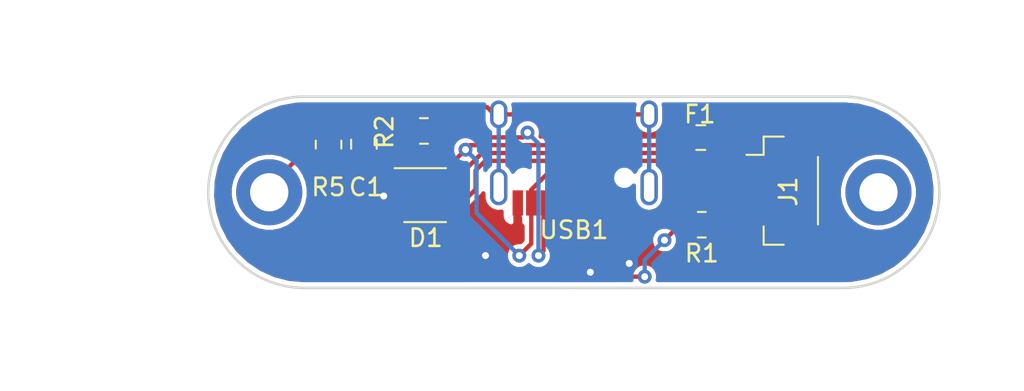
<source format=kicad_pcb>
(kicad_pcb (version 20171130) (host pcbnew 5.1.10-88a1d61d58~90~ubuntu20.04.1)

  (general
    (thickness 1.6)
    (drawings 7)
    (tracks 130)
    (zones 0)
    (modules 10)
    (nets 12)
  )

  (page A4)
  (layers
    (0 F.Cu signal)
    (31 B.Cu signal)
    (32 B.Adhes user)
    (33 F.Adhes user)
    (34 B.Paste user)
    (35 F.Paste user)
    (36 B.SilkS user)
    (37 F.SilkS user)
    (38 B.Mask user)
    (39 F.Mask user)
    (40 Dwgs.User user)
    (41 Cmts.User user)
    (42 Eco1.User user)
    (43 Eco2.User user)
    (44 Edge.Cuts user)
    (45 Margin user)
    (46 B.CrtYd user)
    (47 F.CrtYd user)
    (48 B.Fab user)
    (49 F.Fab user)
  )

  (setup
    (last_trace_width 0.25)
    (trace_clearance 0.2)
    (zone_clearance 0.254)
    (zone_45_only no)
    (trace_min 0.2)
    (via_size 0.8)
    (via_drill 0.4)
    (via_min_size 0.4)
    (via_min_drill 0.3)
    (uvia_size 0.3)
    (uvia_drill 0.1)
    (uvias_allowed no)
    (uvia_min_size 0.2)
    (uvia_min_drill 0.1)
    (edge_width 0.15)
    (segment_width 0.2)
    (pcb_text_width 0.3)
    (pcb_text_size 1.5 1.5)
    (mod_edge_width 0.12)
    (mod_text_size 1 1)
    (mod_text_width 0.15)
    (pad_size 1.524 1.524)
    (pad_drill 0.762)
    (pad_to_mask_clearance 0)
    (aux_axis_origin 0 0)
    (grid_origin 78.987 57.972)
    (visible_elements 7FFFFFFF)
    (pcbplotparams
      (layerselection 0x010fc_ffffffff)
      (usegerberextensions false)
      (usegerberattributes true)
      (usegerberadvancedattributes true)
      (creategerberjobfile true)
      (excludeedgelayer true)
      (linewidth 0.100000)
      (plotframeref false)
      (viasonmask false)
      (mode 1)
      (useauxorigin false)
      (hpglpennumber 1)
      (hpglpenspeed 20)
      (hpglpendiameter 15.000000)
      (psnegative false)
      (psa4output false)
      (plotreference true)
      (plotvalue true)
      (plotinvisibletext false)
      (padsonsilk false)
      (subtractmaskfromsilk false)
      (outputformat 1)
      (mirror false)
      (drillshape 0)
      (scaleselection 1)
      (outputdirectory "../production/single/gerbers/"))
  )

  (net 0 "")
  (net 1 Earth)
  (net 2 VCC)
  (net 3 +5V)
  (net 4 GND)
  (net 5 D+)
  (net 6 D-)
  (net 7 "Net-(R1-Pad2)")
  (net 8 "Net-(R2-Pad2)")
  (net 9 "Net-(USB1-Pad3)")
  (net 10 "Net-(USB1-Pad9)")
  (net 11 "Net-(H1-Pad1)")

  (net_class Default "This is the default net class."
    (clearance 0.2)
    (trace_width 0.25)
    (via_dia 0.8)
    (via_drill 0.4)
    (uvia_dia 0.3)
    (uvia_drill 0.1)
    (add_net +5V)
    (add_net D+)
    (add_net D-)
    (add_net Earth)
    (add_net GND)
    (add_net "Net-(H1-Pad1)")
    (add_net "Net-(R1-Pad2)")
    (add_net "Net-(R2-Pad2)")
    (add_net "Net-(USB1-Pad3)")
    (add_net "Net-(USB1-Pad9)")
    (add_net VCC)
  )

  (module Resistor_SMD:R_0805_2012Metric (layer F.Cu) (tedit 5F68FEEE) (tstamp 61EB6CA4)
    (at 70.3745 59.944)
    (descr "Resistor SMD 0805 (2012 Metric), square (rectangular) end terminal, IPC_7351 nominal, (Body size source: IPC-SM-782 page 72, https://www.pcb-3d.com/wordpress/wp-content/uploads/ipc-sm-782a_amendment_1_and_2.pdf), generated with kicad-footprint-generator")
    (tags resistor)
    (path /60883DD0)
    (attr smd)
    (fp_text reference R2 (at -2.2695 0.06 90) (layer F.SilkS)
      (effects (font (size 1 1) (thickness 0.15)))
    )
    (fp_text value 5.1k (at 0 1.65) (layer F.Fab)
      (effects (font (size 1 1) (thickness 0.15)))
    )
    (fp_line (start 1.68 0.95) (end -1.68 0.95) (layer F.CrtYd) (width 0.05))
    (fp_line (start 1.68 -0.95) (end 1.68 0.95) (layer F.CrtYd) (width 0.05))
    (fp_line (start -1.68 -0.95) (end 1.68 -0.95) (layer F.CrtYd) (width 0.05))
    (fp_line (start -1.68 0.95) (end -1.68 -0.95) (layer F.CrtYd) (width 0.05))
    (fp_line (start -0.227064 0.735) (end 0.227064 0.735) (layer F.SilkS) (width 0.12))
    (fp_line (start -0.227064 -0.735) (end 0.227064 -0.735) (layer F.SilkS) (width 0.12))
    (fp_line (start 1 0.625) (end -1 0.625) (layer F.Fab) (width 0.1))
    (fp_line (start 1 -0.625) (end 1 0.625) (layer F.Fab) (width 0.1))
    (fp_line (start -1 -0.625) (end 1 -0.625) (layer F.Fab) (width 0.1))
    (fp_line (start -1 0.625) (end -1 -0.625) (layer F.Fab) (width 0.1))
    (fp_text user %R (at 0 0) (layer F.Fab)
      (effects (font (size 0.5 0.5) (thickness 0.08)))
    )
    (pad 2 smd roundrect (at 0.9125 0) (size 1.025 1.4) (layers F.Cu F.Paste F.Mask) (roundrect_rratio 0.2439004878048781)
      (net 8 "Net-(R2-Pad2)"))
    (pad 1 smd roundrect (at -0.9125 0) (size 1.025 1.4) (layers F.Cu F.Paste F.Mask) (roundrect_rratio 0.2439004878048781)
      (net 4 GND))
    (model ${KISYS3DMOD}/Resistor_SMD.3dshapes/R_0805_2012Metric.wrl
      (at (xyz 0 0 0))
      (scale (xyz 1 1 1))
      (rotate (xyz 0 0 0))
    )
  )

  (module MountingHole:MountingHole_2.2mm_M2_DIN965_Pad (layer F.Cu) (tedit 56D1B4CB) (tstamp 6087AB7B)
    (at 61.487 63.472)
    (descr "Mounting Hole 2.2mm, M2, DIN965")
    (tags "mounting hole 2.2mm m2 din965")
    (path /609395BB)
    (attr virtual)
    (fp_text reference H2 (at 0 -2.9) (layer Cmts.User)
      (effects (font (size 1 1) (thickness 0.15)))
    )
    (fp_text value MountingHole_Pad (at 0 2.9) (layer F.Fab)
      (effects (font (size 1 1) (thickness 0.15)))
    )
    (fp_circle (center 0 0) (end 2.15 0) (layer F.CrtYd) (width 0.05))
    (fp_circle (center 0 0) (end 1.9 0) (layer Cmts.User) (width 0.15))
    (fp_text user %R (at 0.3 0) (layer F.Fab)
      (effects (font (size 1 1) (thickness 0.15)))
    )
    (pad 1 thru_hole circle (at 0 0) (size 3.8 3.8) (drill 2.2) (layers *.Cu *.Mask)
      (net 1 Earth))
  )

  (module MountingHole:MountingHole_2.2mm_M2_DIN965_Pad locked (layer F.Cu) (tedit 56D1B4CB) (tstamp 6087AC21)
    (at 96.487 63.472)
    (descr "Mounting Hole 2.2mm, M2, DIN965")
    (tags "mounting hole 2.2mm m2 din965")
    (path /609382DF)
    (attr virtual)
    (fp_text reference H1 (at 0 -2.9) (layer Cmts.User)
      (effects (font (size 1 1) (thickness 0.15)))
    )
    (fp_text value MountingHole_Pad (at 0 2.9) (layer F.Fab)
      (effects (font (size 1 1) (thickness 0.15)))
    )
    (fp_circle (center 0 0) (end 2.15 0) (layer F.CrtYd) (width 0.05))
    (fp_circle (center 0 0) (end 1.9 0) (layer Cmts.User) (width 0.15))
    (fp_text user %R (at 0.3 0) (layer F.Fab)
      (effects (font (size 1 1) (thickness 0.15)))
    )
    (pad 1 thru_hole circle (at 0 0) (size 3.8 3.8) (drill 2.2) (layers *.Cu *.Mask)
      (net 11 "Net-(H1-Pad1)"))
  )

  (module Connector_JST:JST_SH_BM04B-SRSS-TB_1x04-1MP_P1.00mm_Vertical (layer F.Cu) (tedit 5B78AD87) (tstamp 60879616)
    (at 91.002 63.379 270)
    (descr "JST SH series connector, BM04B-SRSS-TB (http://www.jst-mfg.com/product/pdf/eng/eSH.pdf), generated with kicad-footprint-generator")
    (tags "connector JST SH side entry")
    (path /6089C9F1)
    (attr smd)
    (fp_text reference J1 (at 0.054 -0.304 90) (layer F.SilkS)
      (effects (font (size 1 1) (thickness 0.15)))
    )
    (fp_text value Conn_01x04 (at 0 3.3 90) (layer F.Fab)
      (effects (font (size 1 1) (thickness 0.15)))
    )
    (fp_line (start -1.5 0.292893) (end -1 1) (layer F.Fab) (width 0.1))
    (fp_line (start -2 1) (end -1.5 0.292893) (layer F.Fab) (width 0.1))
    (fp_line (start 3.9 -2.6) (end -3.9 -2.6) (layer F.CrtYd) (width 0.05))
    (fp_line (start 3.9 2.6) (end 3.9 -2.6) (layer F.CrtYd) (width 0.05))
    (fp_line (start -3.9 2.6) (end 3.9 2.6) (layer F.CrtYd) (width 0.05))
    (fp_line (start -3.9 -2.6) (end -3.9 2.6) (layer F.CrtYd) (width 0.05))
    (fp_line (start 1.65 -1.55) (end 1.35 -1.55) (layer F.Fab) (width 0.1))
    (fp_line (start 1.65 -0.95) (end 1.65 -1.55) (layer F.Fab) (width 0.1))
    (fp_line (start 1.35 -0.95) (end 1.65 -0.95) (layer F.Fab) (width 0.1))
    (fp_line (start 1.35 -1.55) (end 1.35 -0.95) (layer F.Fab) (width 0.1))
    (fp_line (start 0.65 -1.55) (end 0.35 -1.55) (layer F.Fab) (width 0.1))
    (fp_line (start 0.65 -0.95) (end 0.65 -1.55) (layer F.Fab) (width 0.1))
    (fp_line (start 0.35 -0.95) (end 0.65 -0.95) (layer F.Fab) (width 0.1))
    (fp_line (start 0.35 -1.55) (end 0.35 -0.95) (layer F.Fab) (width 0.1))
    (fp_line (start -0.35 -1.55) (end -0.65 -1.55) (layer F.Fab) (width 0.1))
    (fp_line (start -0.35 -0.95) (end -0.35 -1.55) (layer F.Fab) (width 0.1))
    (fp_line (start -0.65 -0.95) (end -0.35 -0.95) (layer F.Fab) (width 0.1))
    (fp_line (start -0.65 -1.55) (end -0.65 -0.95) (layer F.Fab) (width 0.1))
    (fp_line (start -1.35 -1.55) (end -1.65 -1.55) (layer F.Fab) (width 0.1))
    (fp_line (start -1.35 -0.95) (end -1.35 -1.55) (layer F.Fab) (width 0.1))
    (fp_line (start -1.65 -0.95) (end -1.35 -0.95) (layer F.Fab) (width 0.1))
    (fp_line (start -1.65 -1.55) (end -1.65 -0.95) (layer F.Fab) (width 0.1))
    (fp_line (start 3 1) (end 3 -1.9) (layer F.Fab) (width 0.1))
    (fp_line (start -3 1) (end -3 -1.9) (layer F.Fab) (width 0.1))
    (fp_line (start -3 -1.9) (end 3 -1.9) (layer F.Fab) (width 0.1))
    (fp_line (start -1.94 -2.01) (end 1.94 -2.01) (layer F.SilkS) (width 0.12))
    (fp_line (start 3.11 1.11) (end 2.06 1.11) (layer F.SilkS) (width 0.12))
    (fp_line (start 3.11 -0.04) (end 3.11 1.11) (layer F.SilkS) (width 0.12))
    (fp_line (start -2.06 1.11) (end -2.06 2.1) (layer F.SilkS) (width 0.12))
    (fp_line (start -3.11 1.11) (end -2.06 1.11) (layer F.SilkS) (width 0.12))
    (fp_line (start -3.11 -0.04) (end -3.11 1.11) (layer F.SilkS) (width 0.12))
    (fp_line (start -3 1) (end 3 1) (layer F.Fab) (width 0.1))
    (fp_text user %R (at 0 -0.25 90) (layer F.Fab)
      (effects (font (size 1 1) (thickness 0.15)))
    )
    (pad MP smd roundrect (at 2.8 -1.2 270) (size 1.2 1.8) (layers F.Cu F.Paste F.Mask) (roundrect_rratio 0.2083325))
    (pad MP smd roundrect (at -2.8 -1.2 270) (size 1.2 1.8) (layers F.Cu F.Paste F.Mask) (roundrect_rratio 0.2083325))
    (pad 4 smd roundrect (at 1.5 1.325 270) (size 0.6 1.55) (layers F.Cu F.Paste F.Mask) (roundrect_rratio 0.25)
      (net 4 GND))
    (pad 3 smd roundrect (at 0.5 1.325 270) (size 0.6 1.55) (layers F.Cu F.Paste F.Mask) (roundrect_rratio 0.25)
      (net 5 D+))
    (pad 2 smd roundrect (at -0.5 1.325 270) (size 0.6 1.55) (layers F.Cu F.Paste F.Mask) (roundrect_rratio 0.25)
      (net 6 D-))
    (pad 1 smd roundrect (at -1.5 1.325 270) (size 0.6 1.55) (layers F.Cu F.Paste F.Mask) (roundrect_rratio 0.25)
      (net 3 +5V))
    (model ${KIPRJMOD}/jst/JST_-_BM04B-SRSS-TBLFSN.step
      (offset (xyz 0 0.5 0))
      (scale (xyz 1 1 1))
      (rotate (xyz 0 0 0))
    )
  )

  (module Capacitor_SMD:C_0805_2012Metric (layer F.Cu) (tedit 5F68FEEE) (tstamp 6087800A)
    (at 66.929 60.706 270)
    (descr "Capacitor SMD 0805 (2012 Metric), square (rectangular) end terminal, IPC_7351 nominal, (Body size source: IPC-SM-782 page 76, https://www.pcb-3d.com/wordpress/wp-content/uploads/ipc-sm-782a_amendment_1_and_2.pdf, https://docs.google.com/spreadsheets/d/1BsfQQcO9C6DZCsRaXUlFlo91Tg2WpOkGARC1WS5S8t0/edit?usp=sharing), generated with kicad-footprint-generator")
    (tags capacitor)
    (path /608743C9)
    (attr smd)
    (fp_text reference C1 (at 2.473 -0.12 180) (layer F.SilkS)
      (effects (font (size 1 1) (thickness 0.15)))
    )
    (fp_text value 4.7n (at 0 1.68 90) (layer F.Fab)
      (effects (font (size 1 1) (thickness 0.15)))
    )
    (fp_line (start 1.7 0.98) (end -1.7 0.98) (layer F.CrtYd) (width 0.05))
    (fp_line (start 1.7 -0.98) (end 1.7 0.98) (layer F.CrtYd) (width 0.05))
    (fp_line (start -1.7 -0.98) (end 1.7 -0.98) (layer F.CrtYd) (width 0.05))
    (fp_line (start -1.7 0.98) (end -1.7 -0.98) (layer F.CrtYd) (width 0.05))
    (fp_line (start -0.261252 0.735) (end 0.261252 0.735) (layer F.SilkS) (width 0.12))
    (fp_line (start -0.261252 -0.735) (end 0.261252 -0.735) (layer F.SilkS) (width 0.12))
    (fp_line (start 1 0.625) (end -1 0.625) (layer F.Fab) (width 0.1))
    (fp_line (start 1 -0.625) (end 1 0.625) (layer F.Fab) (width 0.1))
    (fp_line (start -1 -0.625) (end 1 -0.625) (layer F.Fab) (width 0.1))
    (fp_line (start -1 0.625) (end -1 -0.625) (layer F.Fab) (width 0.1))
    (fp_text user %R (at 0 0 90) (layer F.Fab)
      (effects (font (size 0.5 0.5) (thickness 0.08)))
    )
    (pad 2 smd roundrect (at 0.95 0 270) (size 1 1.45) (layers F.Cu F.Paste F.Mask) (roundrect_rratio 0.25)
      (net 4 GND))
    (pad 1 smd roundrect (at -0.95 0 270) (size 1 1.45) (layers F.Cu F.Paste F.Mask) (roundrect_rratio 0.25)
      (net 1 Earth))
    (model ${KISYS3DMOD}/Capacitor_SMD.3dshapes/C_0805_2012Metric.wrl
      (at (xyz 0 0 0))
      (scale (xyz 1 1 1))
      (rotate (xyz 0 0 0))
    )
  )

  (module Type-C:HRO-TYPE-C-31-M-12-Assembly (layer F.Cu) (tedit 5C42C666) (tstamp 60876C4C)
    (at 78.992 56.3915 180)
    (path /608E1765)
    (attr smd)
    (fp_text reference USB1 (at 0 -9.25) (layer F.SilkS)
      (effects (font (size 1 1) (thickness 0.15)))
    )
    (fp_text value HRO-TYPE-C-31-M-12 (at 0 1.15) (layer Dwgs.User)
      (effects (font (size 1 1) (thickness 0.15)))
    )
    (fp_line (start 3.75 -8.5) (end 3.75 -7.5) (layer F.CrtYd) (width 0.15))
    (fp_line (start -3.75 -8.5) (end 3.75 -8.5) (layer F.CrtYd) (width 0.15))
    (fp_line (start -3.75 -7.5) (end -3.75 -8.5) (layer F.CrtYd) (width 0.15))
    (fp_line (start -4.5 0) (end -4.5 -7.5) (layer F.CrtYd) (width 0.15))
    (fp_line (start 4.5 0) (end -4.5 0) (layer F.CrtYd) (width 0.15))
    (fp_line (start 4.5 -7.5) (end 4.5 0) (layer F.CrtYd) (width 0.15))
    (fp_line (start 3.75 -7.5) (end 4.5 -7.5) (layer F.CrtYd) (width 0.15))
    (fp_line (start -4.5 -7.5) (end -3.75 -7.5) (layer F.CrtYd) (width 0.15))
    (fp_line (start -4.47 0) (end 4.47 0) (layer Dwgs.User) (width 0.15))
    (fp_line (start -4.47 0) (end -4.47 -7.3) (layer Dwgs.User) (width 0.15))
    (fp_line (start 4.47 0) (end 4.47 -7.3) (layer Dwgs.User) (width 0.15))
    (fp_line (start -4.47 -7.3) (end 4.47 -7.3) (layer Dwgs.User) (width 0.15))
    (fp_text user %R (at 0 -9.25) (layer F.Fab)
      (effects (font (size 1 1) (thickness 0.15)))
    )
    (pad 12 smd rect (at 3.225 -7.695 180) (size 0.6 1.45) (layers F.Cu F.Paste F.Mask)
      (net 4 GND))
    (pad 1 smd rect (at -3.225 -7.695 180) (size 0.6 1.45) (layers F.Cu F.Paste F.Mask)
      (net 4 GND))
    (pad 11 smd rect (at 2.45 -7.695 180) (size 0.6 1.45) (layers F.Cu F.Paste F.Mask)
      (net 2 VCC))
    (pad 2 smd rect (at -2.45 -7.695 180) (size 0.6 1.45) (layers F.Cu F.Paste F.Mask)
      (net 2 VCC))
    (pad 3 smd rect (at -1.75 -7.695 180) (size 0.3 1.45) (layers F.Cu F.Paste F.Mask)
      (net 9 "Net-(USB1-Pad3)"))
    (pad 10 smd rect (at 1.75 -7.695 180) (size 0.3 1.45) (layers F.Cu F.Paste F.Mask)
      (net 8 "Net-(R2-Pad2)"))
    (pad 4 smd rect (at -1.25 -7.695 180) (size 0.3 1.45) (layers F.Cu F.Paste F.Mask)
      (net 7 "Net-(R1-Pad2)"))
    (pad 9 smd rect (at 1.25 -7.695 180) (size 0.3 1.45) (layers F.Cu F.Paste F.Mask)
      (net 10 "Net-(USB1-Pad9)"))
    (pad 5 smd rect (at -0.75 -7.695 180) (size 0.3 1.45) (layers F.Cu F.Paste F.Mask)
      (net 6 D-))
    (pad 8 smd rect (at 0.75 -7.695 180) (size 0.3 1.45) (layers F.Cu F.Paste F.Mask)
      (net 5 D+))
    (pad 7 smd rect (at 0.25 -7.695 180) (size 0.3 1.45) (layers F.Cu F.Paste F.Mask)
      (net 6 D-))
    (pad 6 smd rect (at -0.25 -7.695 180) (size 0.3 1.45) (layers F.Cu F.Paste F.Mask)
      (net 5 D+))
    (pad "" np_thru_hole circle (at 2.89 -6.25 180) (size 0.65 0.65) (drill 0.65) (layers *.Cu *.Mask))
    (pad "" np_thru_hole circle (at -2.89 -6.25 180) (size 0.65 0.65) (drill 0.65) (layers *.Cu *.Mask))
    (pad 13 thru_hole oval (at -4.32 -6.78 180) (size 1 2.1) (drill oval 0.6 1.7) (layers *.Cu *.Mask)
      (net 1 Earth))
    (pad 13 thru_hole oval (at 4.32 -6.78 180) (size 1 2.1) (drill oval 0.6 1.7) (layers *.Cu *.Mask)
      (net 1 Earth))
    (pad 13 thru_hole oval (at -4.32 -2.6 180) (size 1 1.6) (drill oval 0.6 1.2) (layers *.Cu *.Mask)
      (net 1 Earth))
    (pad 13 thru_hole oval (at 4.32 -2.6 180) (size 1 1.6) (drill oval 0.6 1.2) (layers *.Cu *.Mask)
      (net 1 Earth))
    (model "${KIPRJMOD}/Type-C.pretty/HRO  TYPE-C-31-M-12.step"
      (offset (xyz -4.5 0 0))
      (scale (xyz 1 1 1))
      (rotate (xyz -90 0 0))
    )
  )

  (module Resistor_SMD:R_0805_2012Metric (layer F.Cu) (tedit 5F68FEEE) (tstamp 60876C29)
    (at 64.897 60.7295 270)
    (descr "Resistor SMD 0805 (2012 Metric), square (rectangular) end terminal, IPC_7351 nominal, (Body size source: IPC-SM-782 page 72, https://www.pcb-3d.com/wordpress/wp-content/uploads/ipc-sm-782a_amendment_1_and_2.pdf), generated with kicad-footprint-generator")
    (tags resistor)
    (path /60873B45)
    (attr smd)
    (fp_text reference R5 (at 2.4495 0.007 180) (layer F.SilkS)
      (effects (font (size 1 1) (thickness 0.15)))
    )
    (fp_text value 1M (at 0 1.65 90) (layer F.Fab)
      (effects (font (size 1 1) (thickness 0.15)))
    )
    (fp_line (start 1.68 0.95) (end -1.68 0.95) (layer F.CrtYd) (width 0.05))
    (fp_line (start 1.68 -0.95) (end 1.68 0.95) (layer F.CrtYd) (width 0.05))
    (fp_line (start -1.68 -0.95) (end 1.68 -0.95) (layer F.CrtYd) (width 0.05))
    (fp_line (start -1.68 0.95) (end -1.68 -0.95) (layer F.CrtYd) (width 0.05))
    (fp_line (start -0.227064 0.735) (end 0.227064 0.735) (layer F.SilkS) (width 0.12))
    (fp_line (start -0.227064 -0.735) (end 0.227064 -0.735) (layer F.SilkS) (width 0.12))
    (fp_line (start 1 0.625) (end -1 0.625) (layer F.Fab) (width 0.1))
    (fp_line (start 1 -0.625) (end 1 0.625) (layer F.Fab) (width 0.1))
    (fp_line (start -1 -0.625) (end 1 -0.625) (layer F.Fab) (width 0.1))
    (fp_line (start -1 0.625) (end -1 -0.625) (layer F.Fab) (width 0.1))
    (fp_text user %R (at 0 0 90) (layer F.Fab)
      (effects (font (size 0.5 0.5) (thickness 0.08)))
    )
    (pad 2 smd roundrect (at 0.9125 0 270) (size 1.025 1.4) (layers F.Cu F.Paste F.Mask) (roundrect_rratio 0.2439004878048781)
      (net 4 GND))
    (pad 1 smd roundrect (at -0.9125 0 270) (size 1.025 1.4) (layers F.Cu F.Paste F.Mask) (roundrect_rratio 0.2439004878048781)
      (net 1 Earth))
    (model ${KISYS3DMOD}/Resistor_SMD.3dshapes/R_0805_2012Metric.wrl
      (at (xyz 0 0 0))
      (scale (xyz 1 1 1))
      (rotate (xyz 0 0 0))
    )
  )

  (module Resistor_SMD:R_0805_2012Metric (layer F.Cu) (tedit 5F68FEEE) (tstamp 6087897A)
    (at 86.3365 65.338 180)
    (descr "Resistor SMD 0805 (2012 Metric), square (rectangular) end terminal, IPC_7351 nominal, (Body size source: IPC-SM-782 page 72, https://www.pcb-3d.com/wordpress/wp-content/uploads/ipc-sm-782a_amendment_1_and_2.pdf), generated with kicad-footprint-generator")
    (tags resistor)
    (path /60883B60)
    (attr smd)
    (fp_text reference R1 (at 0 -1.65) (layer F.SilkS)
      (effects (font (size 1 1) (thickness 0.15)))
    )
    (fp_text value 5.1k (at 0 1.65) (layer F.Fab)
      (effects (font (size 1 1) (thickness 0.15)))
    )
    (fp_line (start 1.68 0.95) (end -1.68 0.95) (layer F.CrtYd) (width 0.05))
    (fp_line (start 1.68 -0.95) (end 1.68 0.95) (layer F.CrtYd) (width 0.05))
    (fp_line (start -1.68 -0.95) (end 1.68 -0.95) (layer F.CrtYd) (width 0.05))
    (fp_line (start -1.68 0.95) (end -1.68 -0.95) (layer F.CrtYd) (width 0.05))
    (fp_line (start -0.227064 0.735) (end 0.227064 0.735) (layer F.SilkS) (width 0.12))
    (fp_line (start -0.227064 -0.735) (end 0.227064 -0.735) (layer F.SilkS) (width 0.12))
    (fp_line (start 1 0.625) (end -1 0.625) (layer F.Fab) (width 0.1))
    (fp_line (start 1 -0.625) (end 1 0.625) (layer F.Fab) (width 0.1))
    (fp_line (start -1 -0.625) (end 1 -0.625) (layer F.Fab) (width 0.1))
    (fp_line (start -1 0.625) (end -1 -0.625) (layer F.Fab) (width 0.1))
    (fp_text user %R (at 0 0) (layer F.Fab)
      (effects (font (size 0.5 0.5) (thickness 0.08)))
    )
    (pad 2 smd roundrect (at 0.9125 0 180) (size 1.025 1.4) (layers F.Cu F.Paste F.Mask) (roundrect_rratio 0.2439004878048781)
      (net 7 "Net-(R1-Pad2)"))
    (pad 1 smd roundrect (at -0.9125 0 180) (size 1.025 1.4) (layers F.Cu F.Paste F.Mask) (roundrect_rratio 0.2439004878048781)
      (net 4 GND))
    (model ${KISYS3DMOD}/Resistor_SMD.3dshapes/R_0805_2012Metric.wrl
      (at (xyz 0 0 0))
      (scale (xyz 1 1 1))
      (rotate (xyz 0 0 0))
    )
  )

  (module Fuse:Fuse_0805_2012Metric (layer F.Cu) (tedit 5F68FEF1) (tstamp 6087715C)
    (at 86.2815 60.325 180)
    (descr "Fuse SMD 0805 (2012 Metric), square (rectangular) end terminal, IPC_7351 nominal, (Body size source: https://docs.google.com/spreadsheets/d/1BsfQQcO9C6DZCsRaXUlFlo91Tg2WpOkGARC1WS5S8t0/edit?usp=sharing), generated with kicad-footprint-generator")
    (tags fuse)
    (path /60889B2F)
    (attr smd)
    (fp_text reference F1 (at 0.0555 1.337) (layer F.SilkS)
      (effects (font (size 1 1) (thickness 0.15)))
    )
    (fp_text value 500mA (at 0 1.65) (layer F.Fab)
      (effects (font (size 1 1) (thickness 0.15)))
    )
    (fp_line (start 1.68 0.95) (end -1.68 0.95) (layer F.CrtYd) (width 0.05))
    (fp_line (start 1.68 -0.95) (end 1.68 0.95) (layer F.CrtYd) (width 0.05))
    (fp_line (start -1.68 -0.95) (end 1.68 -0.95) (layer F.CrtYd) (width 0.05))
    (fp_line (start -1.68 0.95) (end -1.68 -0.95) (layer F.CrtYd) (width 0.05))
    (fp_line (start -0.258578 0.71) (end 0.258578 0.71) (layer F.SilkS) (width 0.12))
    (fp_line (start -0.258578 -0.71) (end 0.258578 -0.71) (layer F.SilkS) (width 0.12))
    (fp_line (start 1 0.6) (end -1 0.6) (layer F.Fab) (width 0.1))
    (fp_line (start 1 -0.6) (end 1 0.6) (layer F.Fab) (width 0.1))
    (fp_line (start -1 -0.6) (end 1 -0.6) (layer F.Fab) (width 0.1))
    (fp_line (start -1 0.6) (end -1 -0.6) (layer F.Fab) (width 0.1))
    (fp_text user %R (at 0 0) (layer F.Fab)
      (effects (font (size 0.5 0.5) (thickness 0.08)))
    )
    (pad 2 smd roundrect (at 0.9375 0 180) (size 0.975 1.4) (layers F.Cu F.Paste F.Mask) (roundrect_rratio 0.25)
      (net 2 VCC))
    (pad 1 smd roundrect (at -0.9375 0 180) (size 0.975 1.4) (layers F.Cu F.Paste F.Mask) (roundrect_rratio 0.25)
      (net 3 +5V))
    (model ${KISYS3DMOD}/Fuse.3dshapes/Fuse_0805_2012Metric.wrl
      (at (xyz 0 0 0))
      (scale (xyz 1 1 1))
      (rotate (xyz 0 0 0))
    )
  )

  (module Package_TO_SOT_SMD:SOT-143 (layer F.Cu) (tedit 5A02FF57) (tstamp 60876B98)
    (at 70.442 63.635)
    (descr SOT-143)
    (tags SOT-143)
    (path /608A40F6)
    (attr smd)
    (fp_text reference D1 (at 0.036 2.465) (layer F.SilkS)
      (effects (font (size 1 1) (thickness 0.15)))
    )
    (fp_text value PRTR5V0U2X (at -0.28 2.48) (layer F.Fab)
      (effects (font (size 1 1) (thickness 0.15)))
    )
    (fp_line (start -2.05 1.75) (end -2.05 -1.75) (layer F.CrtYd) (width 0.05))
    (fp_line (start -2.05 1.75) (end 2.05 1.75) (layer F.CrtYd) (width 0.05))
    (fp_line (start 2.05 -1.75) (end -2.05 -1.75) (layer F.CrtYd) (width 0.05))
    (fp_line (start 2.05 -1.75) (end 2.05 1.75) (layer F.CrtYd) (width 0.05))
    (fp_line (start 1.2 -1.5) (end 1.2 1.5) (layer F.Fab) (width 0.1))
    (fp_line (start 1.2 1.5) (end -1.2 1.5) (layer F.Fab) (width 0.1))
    (fp_line (start -1.2 1.5) (end -1.2 -1) (layer F.Fab) (width 0.1))
    (fp_line (start -0.7 -1.5) (end 1.2 -1.5) (layer F.Fab) (width 0.1))
    (fp_line (start -1.2 -1) (end -0.7 -1.5) (layer F.Fab) (width 0.1))
    (fp_line (start 1.2 -1.55) (end -1.75 -1.55) (layer F.SilkS) (width 0.12))
    (fp_line (start -1.2 1.55) (end 1.2 1.55) (layer F.SilkS) (width 0.12))
    (fp_text user %R (at 0 0 90) (layer F.Fab)
      (effects (font (size 0.5 0.5) (thickness 0.075)))
    )
    (pad 4 smd rect (at 1.1 -0.95 270) (size 1 1.4) (layers F.Cu F.Paste F.Mask)
      (net 2 VCC))
    (pad 3 smd rect (at 1.1 0.95 270) (size 1 1.4) (layers F.Cu F.Paste F.Mask)
      (net 5 D+))
    (pad 2 smd rect (at -1.1 0.95 270) (size 1 1.4) (layers F.Cu F.Paste F.Mask)
      (net 6 D-))
    (pad 1 smd rect (at -1.1 -0.77 270) (size 1.2 1.4) (layers F.Cu F.Paste F.Mask)
      (net 4 GND))
    (model ${KISYS3DMOD}/Package_TO_SOT_SMD.3dshapes/SOT-143.wrl
      (at (xyz 0 0 0))
      (scale (xyz 1 1 1))
      (rotate (xyz 0 0 0))
    )
  )

  (gr_line (start 78.987 68.972) (end 94.487 68.972) (layer Edge.Cuts) (width 0.15))
  (dimension 11 (width 0.15) (layer Dwgs.User)
    (gr_text "11.000 mm" (at 49.687 63.472 90) (layer Dwgs.User)
      (effects (font (size 1 1) (thickness 0.15)))
    )
    (feature1 (pts (xy 63.487 57.972) (xy 50.400579 57.972)))
    (feature2 (pts (xy 63.487 68.972) (xy 50.400579 68.972)))
    (crossbar (pts (xy 50.987 68.972) (xy 50.987 57.972)))
    (arrow1a (pts (xy 50.987 57.972) (xy 51.573421 59.098504)))
    (arrow1b (pts (xy 50.987 57.972) (xy 50.400579 59.098504)))
    (arrow2a (pts (xy 50.987 68.972) (xy 51.573421 67.845496)))
    (arrow2b (pts (xy 50.987 68.972) (xy 50.400579 67.845496)))
  )
  (gr_arc (start 63.487 63.472) (end 63.487 57.972) (angle -180) (layer Edge.Cuts) (width 0.15))
  (gr_line (start 78.987 68.972) (end 63.487 68.972) (layer Edge.Cuts) (width 0.15))
  (gr_line (start 78.987 57.972) (end 63.487 57.972) (layer Edge.Cuts) (width 0.15))
  (gr_arc (start 94.487 63.472) (end 94.487 68.972) (angle -180) (layer Edge.Cuts) (width 0.15))
  (gr_line (start 78.987 57.972) (end 94.487 57.972) (layer Edge.Cuts) (width 0.15))

  (segment (start 66.868 59.817) (end 66.929 59.756) (width 0.25) (layer F.Cu) (net 1))
  (segment (start 64.897 59.817) (end 66.868 59.817) (width 0.25) (layer F.Cu) (net 1))
  (segment (start 64.823 59.817) (end 64.897 59.817) (width 0.25) (layer F.Cu) (net 1))
  (segment (start 61.487 63.153) (end 64.823 59.817) (width 0.25) (layer F.Cu) (net 1))
  (segment (start 61.487 63.472) (end 61.487 63.153) (width 0.25) (layer F.Cu) (net 1))
  (segment (start 74.672 63.1715) (end 74.672 58.9915) (width 0.25) (layer B.Cu) (net 1))
  (segment (start 83.312 63.1715) (end 83.312 58.9915) (width 0.25) (layer B.Cu) (net 1))
  (segment (start 68.101001 58.583999) (end 66.929 59.756) (width 0.25) (layer F.Cu) (net 1))
  (segment (start 74.010999 58.583999) (end 68.101001 58.583999) (width 0.25) (layer F.Cu) (net 1))
  (segment (start 74.4185 58.9915) (end 74.010999 58.583999) (width 0.25) (layer F.Cu) (net 1))
  (segment (start 74.672 58.9915) (end 74.4185 58.9915) (width 0.25) (layer F.Cu) (net 1))
  (segment (start 74.672 58.9915) (end 83.312 58.9915) (width 0.25) (layer F.Cu) (net 1))
  (segment (start 81.442 63.326498) (end 81.442 64.0865) (width 0.25) (layer F.Cu) (net 2))
  (segment (start 80.466992 62.35149) (end 81.442 63.326498) (width 0.25) (layer F.Cu) (net 2))
  (segment (start 77.517008 62.35149) (end 80.466992 62.35149) (width 0.25) (layer F.Cu) (net 2))
  (segment (start 76.542 63.326498) (end 77.517008 62.35149) (width 0.25) (layer F.Cu) (net 2))
  (segment (start 76.542 64.0865) (end 76.542 63.326498) (width 0.25) (layer F.Cu) (net 2))
  (via (at 75.853014 67.116004) (size 0.8) (drill 0.4) (layers F.Cu B.Cu) (net 2))
  (via (at 72.764 61.02) (size 0.8) (drill 0.4) (layers F.Cu B.Cu) (net 2))
  (segment (start 73.399 61.655) (end 72.764 61.02) (width 0.25) (layer B.Cu) (net 2))
  (segment (start 73.399 64.66199) (end 73.399 61.655) (width 0.25) (layer B.Cu) (net 2))
  (segment (start 75.853014 67.116004) (end 73.399 64.66199) (width 0.25) (layer B.Cu) (net 2))
  (segment (start 71.892 61.892) (end 72.764 61.02) (width 0.25) (layer F.Cu) (net 2))
  (segment (start 76.542 66.427018) (end 76.542 65.674) (width 0.25) (layer F.Cu) (net 2))
  (segment (start 76.542 65.674) (end 76.542 64.0865) (width 0.25) (layer F.Cu) (net 2))
  (segment (start 75.853014 67.116004) (end 76.542 66.427018) (width 0.25) (layer F.Cu) (net 2))
  (segment (start 72.764 61.02) (end 73.02001 60.76399) (width 0.25) (layer F.Cu) (net 2))
  (segment (start 84.90501 60.76399) (end 85.344 60.325) (width 0.25) (layer F.Cu) (net 2))
  (segment (start 73.02001 60.76399) (end 84.90501 60.76399) (width 0.25) (layer F.Cu) (net 2))
  (segment (start 71.892 62.335) (end 71.542 62.685) (width 0.25) (layer F.Cu) (net 2))
  (segment (start 71.892 61.892) (end 71.892 62.335) (width 0.25) (layer F.Cu) (net 2))
  (segment (start 88.676 61.879) (end 89.677 61.879) (width 0.25) (layer F.Cu) (net 3))
  (segment (start 87.219 60.422) (end 88.676 61.879) (width 0.25) (layer F.Cu) (net 3))
  (segment (start 87.219 60.325) (end 87.219 60.422) (width 0.25) (layer F.Cu) (net 3))
  (via (at 82.169 67.564) (size 0.8) (drill 0.4) (layers F.Cu B.Cu) (net 4))
  (segment (start 81.661 68.072) (end 79.936 68.072) (width 0.25) (layer B.Cu) (net 4))
  (segment (start 82.169 67.564) (end 81.661 68.072) (width 0.25) (layer B.Cu) (net 4))
  (via (at 68.065 63.687) (size 0.8) (drill 0.4) (layers F.Cu B.Cu) (net 4))
  (segment (start 68.52 63.687) (end 69.342 62.865) (width 0.25) (layer F.Cu) (net 4))
  (segment (start 68.065 63.687) (end 68.52 63.687) (width 0.25) (layer F.Cu) (net 4))
  (via (at 79.936 68.072) (size 0.8) (drill 0.4) (layers F.Cu B.Cu) (net 4))
  (segment (start 87.298 65.387) (end 87.249 65.338) (width 0.25) (layer F.Cu) (net 4))
  (segment (start 89.677 65.39) (end 89.677 64.879) (width 0.25) (layer F.Cu) (net 4))
  (segment (start 88.078 66.989) (end 89.677 65.39) (width 0.25) (layer F.Cu) (net 4))
  (segment (start 82.744 66.989) (end 88.078 66.989) (width 0.25) (layer F.Cu) (net 4))
  (segment (start 82.169 67.564) (end 82.744 66.989) (width 0.25) (layer F.Cu) (net 4))
  (segment (start 67.63 62.357) (end 66.929 61.656) (width 0.25) (layer F.Cu) (net 4))
  (segment (start 69.462 62.745) (end 69.342 62.865) (width 0.25) (layer F.Cu) (net 4))
  (segment (start 69.462 59.944) (end 69.462 62.237) (width 0.25) (layer F.Cu) (net 4))
  (segment (start 75.767 65.674) (end 74.330365 67.110635) (width 0.25) (layer F.Cu) (net 4))
  (segment (start 79.936 68.072) (end 74.87373 68.072) (width 0.25) (layer B.Cu) (net 4))
  (segment (start 74.87373 68.072) (end 73.912365 67.110635) (width 0.25) (layer B.Cu) (net 4))
  (segment (start 74.330365 67.110635) (end 73.912365 67.110635) (width 0.25) (layer F.Cu) (net 4))
  (segment (start 82.217 67.516) (end 82.169 67.564) (width 0.25) (layer F.Cu) (net 4))
  (segment (start 82.217 64.0865) (end 82.217 67.516) (width 0.25) (layer F.Cu) (net 4))
  (segment (start 75.767 65.674) (end 75.767 64.0865) (width 0.25) (layer F.Cu) (net 4))
  (segment (start 87.708 64.879) (end 87.249 65.338) (width 0.25) (layer F.Cu) (net 4))
  (segment (start 89.677 64.879) (end 87.708 64.879) (width 0.25) (layer F.Cu) (net 4))
  (segment (start 68.138 62.865) (end 67.63 62.357) (width 0.25) (layer F.Cu) (net 4))
  (segment (start 69.342 62.865) (end 68.138 62.865) (width 0.25) (layer F.Cu) (net 4))
  (segment (start 71.488635 67.110635) (end 68.065 63.687) (width 0.25) (layer B.Cu) (net 4))
  (segment (start 73.912365 67.110635) (end 71.488635 67.110635) (width 0.25) (layer B.Cu) (net 4))
  (via (at 73.912365 67.110635) (size 0.8) (drill 0.4) (layers F.Cu B.Cu) (net 4))
  (segment (start 78.242 63.126498) (end 78.566998 62.8015) (width 0.25) (layer F.Cu) (net 5))
  (segment (start 78.242 64.0865) (end 78.242 63.126498) (width 0.25) (layer F.Cu) (net 5))
  (segment (start 79.242 63.126498) (end 79.242 64.0865) (width 0.25) (layer F.Cu) (net 5))
  (segment (start 78.917002 62.8015) (end 79.242 63.126498) (width 0.25) (layer F.Cu) (net 5))
  (segment (start 78.566998 62.8015) (end 78.917002 62.8015) (width 0.25) (layer F.Cu) (net 5))
  (segment (start 71.542 64.585) (end 71.551 64.576) (width 0.25) (layer F.Cu) (net 5))
  (segment (start 86.418 63.879) (end 89.677 63.879) (width 0.25) (layer F.Cu) (net 5))
  (segment (start 84.203011 61.664011) (end 86.418 63.879) (width 0.25) (layer F.Cu) (net 5))
  (segment (start 73.899399 61.664011) (end 84.203011 61.664011) (width 0.25) (layer F.Cu) (net 5))
  (segment (start 73.341011 62.222399) (end 73.899399 61.664011) (width 0.25) (layer F.Cu) (net 5))
  (segment (start 73.341011 62.802989) (end 73.341011 62.222399) (width 0.25) (layer F.Cu) (net 5))
  (segment (start 71.542 64.585) (end 72.067 64.585) (width 0.25) (layer F.Cu) (net 5))
  (segment (start 73.65441 68.005) (end 71.542 65.89259) (width 0.25) (layer F.Cu) (net 5))
  (segment (start 77.266004 68.005) (end 73.65441 68.005) (width 0.25) (layer F.Cu) (net 5))
  (segment (start 78.242 67.029004) (end 77.266004 68.005) (width 0.25) (layer F.Cu) (net 5))
  (segment (start 71.542 65.89259) (end 71.542 64.585) (width 0.25) (layer F.Cu) (net 5))
  (segment (start 78.242 64.0865) (end 78.242 67.029004) (width 0.25) (layer F.Cu) (net 5))
  (segment (start 72.063412 64.585) (end 71.542 64.585) (width 0.25) (layer F.Cu) (net 5))
  (segment (start 73.341009 63.307403) (end 72.063412 64.585) (width 0.25) (layer F.Cu) (net 5))
  (segment (start 73.341011 62.802989) (end 73.341009 63.307403) (width 0.25) (layer F.Cu) (net 5))
  (segment (start 78.742 66.634002) (end 79.036998 66.929) (width 0.25) (layer F.Cu) (net 6))
  (segment (start 79.742 66.634002) (end 79.742 65.674) (width 0.25) (layer F.Cu) (net 6))
  (segment (start 79.447002 66.929) (end 79.742 66.634002) (width 0.25) (layer F.Cu) (net 6))
  (segment (start 79.036998 66.929) (end 79.447002 66.929) (width 0.25) (layer F.Cu) (net 6))
  (segment (start 89.52699 62.72899) (end 89.677 62.879) (width 0.25) (layer F.Cu) (net 6))
  (segment (start 69.342 64.837) (end 69.342 64.585) (width 0.25) (layer F.Cu) (net 6))
  (segment (start 79.742 65.674) (end 79.742 64.0865) (width 0.25) (layer F.Cu) (net 6))
  (segment (start 78.742 65.075) (end 78.742 64.0865) (width 0.25) (layer F.Cu) (net 6))
  (segment (start 78.742 66.634002) (end 78.742 65.075) (width 0.25) (layer F.Cu) (net 6))
  (segment (start 86.05441 62.879) (end 89.677 62.879) (width 0.25) (layer F.Cu) (net 6))
  (segment (start 84.38941 61.214) (end 86.05441 62.879) (width 0.25) (layer F.Cu) (net 6))
  (segment (start 73.713 61.214) (end 84.38941 61.214) (width 0.25) (layer F.Cu) (net 6))
  (segment (start 72.891 62.036) (end 73.713 61.214) (width 0.25) (layer F.Cu) (net 6))
  (segment (start 72.891 63.121002) (end 72.891 62.036) (width 0.25) (layer F.Cu) (net 6))
  (segment (start 72.325002 63.687) (end 72.891 63.121002) (width 0.25) (layer F.Cu) (net 6))
  (segment (start 70.44 63.687) (end 72.325002 63.687) (width 0.25) (layer F.Cu) (net 6))
  (segment (start 69.542 64.585) (end 70.44 63.687) (width 0.25) (layer F.Cu) (net 6))
  (segment (start 69.342 64.585) (end 69.542 64.585) (width 0.25) (layer F.Cu) (net 6))
  (segment (start 69.598 64.585) (end 69.342 64.585) (width 0.25) (layer F.Cu) (net 6))
  (segment (start 73.468011 68.455011) (end 69.598 64.585) (width 0.25) (layer F.Cu) (net 6))
  (segment (start 77.452404 68.455011) (end 73.468011 68.455011) (width 0.25) (layer F.Cu) (net 6))
  (segment (start 78.742 67.165415) (end 77.452404 68.455011) (width 0.25) (layer F.Cu) (net 6))
  (segment (start 78.742 66.634002) (end 78.742 67.165415) (width 0.25) (layer F.Cu) (net 6))
  (via (at 83.058 68.326) (size 0.8) (drill 0.4) (layers F.Cu B.Cu) (net 7))
  (via (at 84.194 66.227) (size 0.8) (drill 0.4) (layers F.Cu B.Cu) (net 7))
  (segment (start 83.058 68.326) (end 83.058 67.363) (width 0.25) (layer B.Cu) (net 7))
  (segment (start 83.058 67.363) (end 84.194 66.227) (width 0.25) (layer B.Cu) (net 7))
  (segment (start 84.254 66.167) (end 84.194 66.227) (width 0.25) (layer F.Cu) (net 7))
  (segment (start 85.424 64.997) (end 84.194 66.227) (width 0.25) (layer F.Cu) (net 7))
  (segment (start 85.424 65.338) (end 85.424 65.505) (width 0.25) (layer F.Cu) (net 7))
  (segment (start 80.242 65.069) (end 80.242 64.0865) (width 0.25) (layer F.Cu) (net 7))
  (segment (start 80.242 66.710002) (end 80.242 65.069) (width 0.25) (layer F.Cu) (net 7))
  (segment (start 81.857998 68.326) (end 80.242 66.710002) (width 0.25) (layer F.Cu) (net 7))
  (segment (start 83.058 68.326) (end 81.857998 68.326) (width 0.25) (layer F.Cu) (net 7))
  (via (at 76.955 67.116002) (size 0.8) (drill 0.4) (layers F.Cu B.Cu) (net 8))
  (segment (start 77.242 65.051) (end 77.242 64.0865) (width 0.25) (layer F.Cu) (net 8))
  (segment (start 77.242 66.829002) (end 77.242 65.051) (width 0.25) (layer F.Cu) (net 8))
  (segment (start 76.955 67.116002) (end 77.242 66.829002) (width 0.25) (layer F.Cu) (net 8))
  (segment (start 76.955 67.116002) (end 76.955 61.23499) (width 0.25) (layer B.Cu) (net 8))
  (segment (start 71.56899 60.22599) (end 71.287 59.944) (width 0.25) (layer F.Cu) (net 8))
  (via (at 76.327 60.03899) (size 0.8) (drill 0.4) (layers F.Cu B.Cu) (net 8))
  (segment (start 76.955 60.66699) (end 76.327 60.03899) (width 0.25) (layer B.Cu) (net 8))
  (segment (start 76.955 61.23499) (end 76.955 60.66699) (width 0.25) (layer B.Cu) (net 8))
  (segment (start 76.327 60.03899) (end 76.05201 60.31398) (width 0.25) (layer F.Cu) (net 8))
  (segment (start 72.761002 59.944) (end 71.287 59.944) (width 0.25) (layer F.Cu) (net 8))
  (segment (start 73.130982 60.31398) (end 72.761002 59.944) (width 0.25) (layer F.Cu) (net 8))
  (segment (start 76.05201 60.31398) (end 73.130982 60.31398) (width 0.25) (layer F.Cu) (net 8))

  (zone (net 4) (net_name GND) (layer F.Cu) (tstamp 61DF97E1) (hatch edge 0.508)
    (connect_pads (clearance 0.254))
    (min_thickness 0.254)
    (fill yes (arc_segments 32) (thermal_gap 0.508) (thermal_bridge_width 0.508))
    (polygon
      (pts
        (xy 103.367 72.912) (xy 52.367 72.912) (xy 52.367 52.412) (xy 103.367 52.412)
      )
    )
    (filled_polygon
      (pts
        (xy 81.332406 68.516) (xy 78.107006 68.516) (xy 79.08222 67.540787) (xy 79.101527 67.524942) (xy 79.164759 67.447894)
        (xy 79.171651 67.435) (xy 79.422156 67.435) (xy 79.447002 67.437447) (xy 79.471848 67.435) (xy 79.471856 67.435)
        (xy 79.546195 67.427678) (xy 79.641577 67.398745) (xy 79.729481 67.351759) (xy 79.806529 67.288527) (xy 79.822378 67.269215)
        (xy 79.954 67.137593)
      )
    )
    (filled_polygon
      (pts
        (xy 95.336581 58.501726) (xy 96.16188 58.715931) (xy 96.939275 59.066123) (xy 97.646563 59.542296) (xy 98.263505 60.13083)
        (xy 98.772464 60.814895) (xy 99.158893 61.574945) (xy 99.411735 62.389227) (xy 99.523763 63.234474) (xy 99.491777 64.086509)
        (xy 99.316687 64.920978) (xy 99.003503 65.71401) (xy 98.561175 66.442942) (xy 98.00236 67.086921) (xy 97.343022 67.627544)
        (xy 96.60203 68.049341) (xy 95.800559 68.340261) (xy 94.953066 68.493514) (xy 94.47625 68.516) (xy 83.816508 68.516)
        (xy 83.839 68.402922) (xy 83.839 68.249078) (xy 83.808987 68.098191) (xy 83.750113 67.956058) (xy 83.664642 67.828141)
        (xy 83.555859 67.719358) (xy 83.427942 67.633887) (xy 83.285809 67.575013) (xy 83.134922 67.545) (xy 82.981078 67.545)
        (xy 82.830191 67.575013) (xy 82.688058 67.633887) (xy 82.560141 67.719358) (xy 82.459499 67.82) (xy 82.06759 67.82)
        (xy 80.748 66.500411) (xy 80.748 65.194343) (xy 80.892 65.194343) (xy 80.966689 65.186987) (xy 81.017 65.171725)
        (xy 81.067311 65.186987) (xy 81.142 65.194343) (xy 81.409728 65.194343) (xy 81.465815 65.262685) (xy 81.562506 65.342037)
        (xy 81.67282 65.401002) (xy 81.792518 65.437312) (xy 81.917 65.449572) (xy 81.93125 65.4465) (xy 82.09 65.28775)
        (xy 82.09 64.968674) (xy 82.095701 64.958008) (xy 82.117487 64.886189) (xy 82.124843 64.8115) (xy 82.124843 63.9395)
        (xy 82.344 63.9395) (xy 82.344 63.9595) (xy 82.364 63.9595) (xy 82.364 64.2135) (xy 82.344 64.2135)
        (xy 82.344 65.28775) (xy 82.50275 65.4465) (xy 82.517 65.449572) (xy 82.641482 65.437312) (xy 82.76118 65.401002)
        (xy 82.871494 65.342037) (xy 82.968185 65.262685) (xy 83.047537 65.165994) (xy 83.106502 65.05568) (xy 83.142812 64.935982)
        (xy 83.155072 64.8115) (xy 83.153531 64.591154) (xy 83.312 64.606762) (xy 83.484705 64.589752) (xy 83.650774 64.539375)
        (xy 83.803824 64.457568) (xy 83.937975 64.347475) (xy 84.048068 64.213325) (xy 84.129875 64.060275) (xy 84.180252 63.894206)
        (xy 84.193 63.764773) (xy 84.193 62.578227) (xy 84.180252 62.448794) (xy 84.140213 62.316804) (xy 86.042628 64.21922)
        (xy 86.058473 64.238527) (xy 86.135521 64.301759) (xy 86.182721 64.326988) (xy 86.146998 64.39382) (xy 86.133064 64.439754)
        (xy 86.03809 64.36181) (xy 85.92868 64.303329) (xy 85.809963 64.267317) (xy 85.686502 64.255157) (xy 85.161498 64.255157)
        (xy 85.038037 64.267317) (xy 84.91932 64.303329) (xy 84.80991 64.36181) (xy 84.714012 64.440512) (xy 84.63531 64.53641)
        (xy 84.576829 64.64582) (xy 84.540817 64.764537) (xy 84.528657 64.887998) (xy 84.528657 65.176751) (xy 84.259409 65.446)
        (xy 84.117078 65.446) (xy 83.966191 65.476013) (xy 83.824058 65.534887) (xy 83.696141 65.620358) (xy 83.587358 65.729141)
        (xy 83.501887 65.857058) (xy 83.443013 65.999191) (xy 83.413 66.150078) (xy 83.413 66.303922) (xy 83.443013 66.454809)
        (xy 83.501887 66.596942) (xy 83.587358 66.724859) (xy 83.696141 66.833642) (xy 83.824058 66.919113) (xy 83.966191 66.977987)
        (xy 84.117078 67.008) (xy 84.270922 67.008) (xy 84.421809 66.977987) (xy 84.563942 66.919113) (xy 84.691859 66.833642)
        (xy 84.800642 66.724859) (xy 84.886113 66.596942) (xy 84.944987 66.454809) (xy 84.958935 66.384688) (xy 85.038037 66.408683)
        (xy 85.161498 66.420843) (xy 85.686502 66.420843) (xy 85.809963 66.408683) (xy 85.92868 66.372671) (xy 86.03809 66.31419)
        (xy 86.133064 66.236246) (xy 86.146998 66.28218) (xy 86.205963 66.392494) (xy 86.285315 66.489185) (xy 86.382006 66.568537)
        (xy 86.49232 66.627502) (xy 86.612018 66.663812) (xy 86.7365 66.676072) (xy 86.96325 66.673) (xy 87.122 66.51425)
        (xy 87.122 65.465) (xy 87.102 65.465) (xy 87.102 65.211) (xy 87.122 65.211) (xy 87.122 65.191)
        (xy 87.376 65.191) (xy 87.376 65.211) (xy 87.396 65.211) (xy 87.396 65.465) (xy 87.376 65.465)
        (xy 87.376 66.51425) (xy 87.53475 66.673) (xy 87.7615 66.676072) (xy 87.885982 66.663812) (xy 88.00568 66.627502)
        (xy 88.115994 66.568537) (xy 88.212685 66.489185) (xy 88.292037 66.392494) (xy 88.351002 66.28218) (xy 88.387312 66.162482)
        (xy 88.399572 66.038) (xy 88.398023 65.828999) (xy 90.919157 65.828999) (xy 90.919157 66.529001) (xy 90.931317 66.652462)
        (xy 90.967329 66.771179) (xy 91.02581 66.880589) (xy 91.104512 66.976488) (xy 91.200411 67.05519) (xy 91.309821 67.113671)
        (xy 91.428538 67.149683) (xy 91.551999 67.161843) (xy 92.852001 67.161843) (xy 92.975462 67.149683) (xy 93.094179 67.113671)
        (xy 93.203589 67.05519) (xy 93.299488 66.976488) (xy 93.37819 66.880589) (xy 93.436671 66.771179) (xy 93.472683 66.652462)
        (xy 93.484843 66.529001) (xy 93.484843 65.828999) (xy 93.472683 65.705538) (xy 93.436671 65.586821) (xy 93.37819 65.477411)
        (xy 93.299488 65.381512) (xy 93.203589 65.30281) (xy 93.094179 65.244329) (xy 92.975462 65.208317) (xy 92.852001 65.196157)
        (xy 91.551999 65.196157) (xy 91.428538 65.208317) (xy 91.309821 65.244329) (xy 91.200411 65.30281) (xy 91.104512 65.381512)
        (xy 91.02581 65.477411) (xy 90.967329 65.586821) (xy 90.931317 65.705538) (xy 90.919157 65.828999) (xy 88.398023 65.828999)
        (xy 88.3965 65.62375) (xy 88.237752 65.465002) (xy 88.334853 65.465002) (xy 88.371463 65.533494) (xy 88.450815 65.630185)
        (xy 88.547506 65.709537) (xy 88.65782 65.768502) (xy 88.777518 65.804812) (xy 88.902 65.817072) (xy 89.39125 65.814)
        (xy 89.55 65.65525) (xy 89.55 65.006) (xy 89.804 65.006) (xy 89.804 65.65525) (xy 89.96275 65.814)
        (xy 90.452 65.817072) (xy 90.576482 65.804812) (xy 90.69618 65.768502) (xy 90.806494 65.709537) (xy 90.903185 65.630185)
        (xy 90.982537 65.533494) (xy 91.041502 65.42318) (xy 91.077812 65.303482) (xy 91.090072 65.179) (xy 91.087 65.16475)
        (xy 90.92825 65.006) (xy 89.804 65.006) (xy 89.55 65.006) (xy 89.53 65.006) (xy 89.53 64.752)
        (xy 89.55 64.752) (xy 89.55 64.732) (xy 89.804 64.732) (xy 89.804 64.752) (xy 90.92825 64.752)
        (xy 91.087 64.59325) (xy 91.090072 64.579) (xy 91.077812 64.454518) (xy 91.041502 64.33482) (xy 90.982537 64.224506)
        (xy 90.903185 64.127815) (xy 90.83095 64.068533) (xy 90.834843 64.029) (xy 90.834843 63.729) (xy 90.824605 63.625047)
        (xy 90.794283 63.52509) (xy 90.745043 63.432968) (xy 90.700752 63.379) (xy 90.745043 63.325032) (xy 90.786569 63.247341)
        (xy 94.206 63.247341) (xy 94.206 63.696659) (xy 94.293657 64.137343) (xy 94.465604 64.552459) (xy 94.715231 64.926053)
        (xy 95.032947 65.243769) (xy 95.406541 65.493396) (xy 95.821657 65.665343) (xy 96.262341 65.753) (xy 96.711659 65.753)
        (xy 97.152343 65.665343) (xy 97.567459 65.493396) (xy 97.941053 65.243769) (xy 98.258769 64.926053) (xy 98.508396 64.552459)
        (xy 98.680343 64.137343) (xy 98.768 63.696659) (xy 98.768 63.247341) (xy 98.680343 62.806657) (xy 98.508396 62.391541)
        (xy 98.258769 62.017947) (xy 97.941053 61.700231) (xy 97.567459 61.450604) (xy 97.152343 61.278657) (xy 96.711659 61.191)
        (xy 96.262341 61.191) (xy 95.821657 61.278657) (xy 95.406541 61.450604) (xy 95.032947 61.700231) (xy 94.715231 62.017947)
        (xy 94.465604 62.391541) (xy 94.293657 62.806657) (xy 94.206 63.247341) (xy 90.786569 63.247341) (xy 90.794283 63.23291)
        (xy 90.824605 63.132953) (xy 90.834843 63.029) (xy 90.834843 62.729) (xy 90.824605 62.625047) (xy 90.794283 62.52509)
        (xy 90.745043 62.432968) (xy 90.700752 62.379) (xy 90.745043 62.325032) (xy 90.794283 62.23291) (xy 90.824605 62.132953)
        (xy 90.834843 62.029) (xy 90.834843 61.729) (xy 90.824605 61.625047) (xy 90.794283 61.52509) (xy 90.745043 61.432968)
        (xy 90.678777 61.352223) (xy 90.598032 61.285957) (xy 90.50591 61.236717) (xy 90.405953 61.206395) (xy 90.302 61.196157)
        (xy 89.052 61.196157) (xy 88.948047 61.206395) (xy 88.84809 61.236717) (xy 88.783717 61.271125) (xy 88.089343 60.576752)
        (xy 88.089343 60.228999) (xy 90.919157 60.228999) (xy 90.919157 60.929001) (xy 90.931317 61.052462) (xy 90.967329 61.171179)
        (xy 91.02581 61.280589) (xy 91.104512 61.376488) (xy 91.200411 61.45519) (xy 91.309821 61.513671) (xy 91.428538 61.549683)
        (xy 91.551999 61.561843) (xy 92.852001 61.561843) (xy 92.975462 61.549683) (xy 93.094179 61.513671) (xy 93.203589 61.45519)
        (xy 93.299488 61.376488) (xy 93.37819 61.280589) (xy 93.436671 61.171179) (xy 93.472683 61.052462) (xy 93.484843 60.929001)
        (xy 93.484843 60.228999) (xy 93.472683 60.105538) (xy 93.436671 59.986821) (xy 93.37819 59.877411) (xy 93.299488 59.781512)
        (xy 93.203589 59.70281) (xy 93.094179 59.644329) (xy 92.975462 59.608317) (xy 92.852001 59.596157) (xy 91.551999 59.596157)
        (xy 91.428538 59.608317) (xy 91.309821 59.644329) (xy 91.200411 59.70281) (xy 91.104512 59.781512) (xy 91.02581 59.877411)
        (xy 90.967329 59.986821) (xy 90.931317 60.105538) (xy 90.919157 60.228999) (xy 88.089343 60.228999) (xy 88.089343 59.86875)
        (xy 88.077303 59.746508) (xy 88.041646 59.628963) (xy 87.983743 59.520634) (xy 87.905818 59.425682) (xy 87.810866 59.347757)
        (xy 87.702537 59.289854) (xy 87.584992 59.254197) (xy 87.46275 59.242157) (xy 86.97525 59.242157) (xy 86.853008 59.254197)
        (xy 86.735463 59.289854) (xy 86.627134 59.347757) (xy 86.532182 59.425682) (xy 86.454257 59.520634) (xy 86.396354 59.628963)
        (xy 86.360697 59.746508) (xy 86.348657 59.86875) (xy 86.348657 60.78125) (xy 86.360697 60.903492) (xy 86.396354 61.021037)
        (xy 86.454257 61.129366) (xy 86.532182 61.224318) (xy 86.627134 61.302243) (xy 86.735463 61.360146) (xy 86.853008 61.395803)
        (xy 86.97525 61.407843) (xy 87.46275 61.407843) (xy 87.486875 61.405467) (xy 88.300628 62.21922) (xy 88.316473 62.238527)
        (xy 88.393521 62.301759) (xy 88.476074 62.345885) (xy 88.481425 62.348745) (xy 88.561384 62.373) (xy 86.264002 62.373)
        (xy 85.298844 61.407843) (xy 85.58775 61.407843) (xy 85.709992 61.395803) (xy 85.827537 61.360146) (xy 85.935866 61.302243)
        (xy 86.030818 61.224318) (xy 86.108743 61.129366) (xy 86.166646 61.021037) (xy 86.202303 60.903492) (xy 86.214343 60.78125)
        (xy 86.214343 59.86875) (xy 86.202303 59.746508) (xy 86.166646 59.628963) (xy 86.108743 59.520634) (xy 86.030818 59.425682)
        (xy 85.935866 59.347757) (xy 85.827537 59.289854) (xy 85.709992 59.254197) (xy 85.58775 59.242157) (xy 85.10025 59.242157)
        (xy 84.978008 59.254197) (xy 84.860463 59.289854) (xy 84.752134 59.347757) (xy 84.657182 59.425682) (xy 84.579257 59.520634)
        (xy 84.521354 59.628963) (xy 84.485697 59.746508) (xy 84.473657 59.86875) (xy 84.473657 60.25799) (xy 77.079739 60.25799)
        (xy 77.108 60.115912) (xy 77.108 59.962068) (xy 77.077987 59.811181) (xy 77.019113 59.669048) (xy 76.933642 59.541131)
        (xy 76.890011 59.4975) (xy 82.453848 59.4975) (xy 82.494125 59.630274) (xy 82.575932 59.783324) (xy 82.686025 59.917475)
        (xy 82.820175 60.027568) (xy 82.973225 60.109375) (xy 83.139294 60.159752) (xy 83.312 60.176762) (xy 83.484705 60.159752)
        (xy 83.650774 60.109375) (xy 83.803824 60.027568) (xy 83.937975 59.917475) (xy 84.048068 59.783325) (xy 84.129875 59.630275)
        (xy 84.180252 59.464206) (xy 84.193 59.334773) (xy 84.193 58.648227) (xy 84.180252 58.518794) (xy 84.15271 58.428)
        (xy 94.467691 58.428)
      )
    )
    (filled_polygon
      (pts
        (xy 67.096252 58.873157) (xy 66.454 58.873157) (xy 66.330538 58.885317) (xy 66.211821 58.921329) (xy 66.102411 58.97981)
        (xy 66.006512 59.058512) (xy 65.92781 59.154411) (xy 65.887538 59.229754) (xy 65.87319 59.20291) (xy 65.794488 59.107012)
        (xy 65.69859 59.02831) (xy 65.58918 58.969829) (xy 65.470463 58.933817) (xy 65.347002 58.921657) (xy 64.446998 58.921657)
        (xy 64.323537 58.933817) (xy 64.20482 58.969829) (xy 64.09541 59.02831) (xy 63.999512 59.107012) (xy 63.92081 59.20291)
        (xy 63.862329 59.31232) (xy 63.826317 59.431037) (xy 63.814157 59.554498) (xy 63.814157 60.079502) (xy 63.816914 60.107494)
        (xy 62.501235 61.423173) (xy 62.152343 61.278657) (xy 61.711659 61.191) (xy 61.262341 61.191) (xy 60.821657 61.278657)
        (xy 60.406541 61.450604) (xy 60.032947 61.700231) (xy 59.715231 62.017947) (xy 59.465604 62.391541) (xy 59.293657 62.806657)
        (xy 59.206 63.247341) (xy 59.206 63.696659) (xy 59.293657 64.137343) (xy 59.465604 64.552459) (xy 59.715231 64.926053)
        (xy 60.032947 65.243769) (xy 60.406541 65.493396) (xy 60.821657 65.665343) (xy 61.262341 65.753) (xy 61.711659 65.753)
        (xy 62.152343 65.665343) (xy 62.567459 65.493396) (xy 62.941053 65.243769) (xy 63.258769 64.926053) (xy 63.508396 64.552459)
        (xy 63.680343 64.137343) (xy 63.768 63.696659) (xy 63.768 63.247341) (xy 63.680343 62.806657) (xy 63.508396 62.391541)
        (xy 63.290362 62.065229) (xy 63.58659 61.769002) (xy 63.720748 61.769002) (xy 63.562 61.92775) (xy 63.558928 62.1545)
        (xy 63.571188 62.278982) (xy 63.607498 62.39868) (xy 63.666463 62.508994) (xy 63.745815 62.605685) (xy 63.842506 62.685037)
        (xy 63.95282 62.744002) (xy 64.072518 62.780312) (xy 64.197 62.792572) (xy 64.61125 62.7895) (xy 64.77 62.63075)
        (xy 64.77 61.769) (xy 65.024 61.769) (xy 65.024 62.63075) (xy 65.18275 62.7895) (xy 65.597 62.792572)
        (xy 65.721482 62.780312) (xy 65.84118 62.744002) (xy 65.899097 62.713044) (xy 65.95982 62.745502) (xy 66.079518 62.781812)
        (xy 66.204 62.794072) (xy 66.64325 62.791) (xy 66.802 62.63225) (xy 66.802 61.783) (xy 67.056 61.783)
        (xy 67.056 62.63225) (xy 67.21475 62.791) (xy 67.654 62.794072) (xy 67.778482 62.781812) (xy 67.89818 62.745502)
        (xy 68.008494 62.686537) (xy 68.0666 62.63885) (xy 68.16575 62.738) (xy 69.215 62.738) (xy 69.215 61.78875)
        (xy 69.05625 61.63) (xy 68.642 61.626928) (xy 68.517518 61.639188) (xy 68.39782 61.675498) (xy 68.287506 61.734463)
        (xy 68.190815 61.813815) (xy 68.177405 61.830155) (xy 68.13025 61.783) (xy 67.056 61.783) (xy 66.802 61.783)
        (xy 66.08725 61.783) (xy 66.07325 61.769) (xy 65.024 61.769) (xy 64.77 61.769) (xy 64.75 61.769)
        (xy 64.75 61.515) (xy 64.77 61.515) (xy 64.77 61.495) (xy 65.024 61.495) (xy 65.024 61.515)
        (xy 65.71375 61.515) (xy 65.72775 61.529) (xy 66.802 61.529) (xy 66.802 61.509) (xy 67.056 61.509)
        (xy 67.056 61.529) (xy 68.13025 61.529) (xy 68.289 61.37025) (xy 68.292072 61.156) (xy 68.279812 61.031518)
        (xy 68.243502 60.91182) (xy 68.184537 60.801506) (xy 68.105185 60.704815) (xy 68.031082 60.644) (xy 68.311428 60.644)
        (xy 68.323688 60.768482) (xy 68.359998 60.88818) (xy 68.418963 60.998494) (xy 68.498315 61.095185) (xy 68.595006 61.174537)
        (xy 68.70532 61.233502) (xy 68.825018 61.269812) (xy 68.9495 61.282072) (xy 69.17625 61.279) (xy 69.335 61.12025)
        (xy 69.335 60.071) (xy 68.47325 60.071) (xy 68.3145 60.22975) (xy 68.311428 60.644) (xy 68.031082 60.644)
        (xy 68.008494 60.625463) (xy 67.89818 60.566498) (xy 67.778482 60.530188) (xy 67.76022 60.528389) (xy 67.851488 60.453488)
        (xy 67.93019 60.357589) (xy 67.988671 60.248179) (xy 68.024683 60.129462) (xy 68.036843 60.006) (xy 68.036843 59.506)
        (xy 68.024683 59.382538) (xy 68.02314 59.377452) (xy 68.310593 59.089999) (xy 68.332642 59.089999) (xy 68.323688 59.119518)
        (xy 68.311428 59.244) (xy 68.3145 59.65825) (xy 68.47325 59.817) (xy 69.335 59.817) (xy 69.335 59.797)
        (xy 69.589 59.797) (xy 69.589 59.817) (xy 69.609 59.817) (xy 69.609 60.071) (xy 69.589 60.071)
        (xy 69.589 61.12025) (xy 69.74775 61.279) (xy 69.9745 61.282072) (xy 70.098982 61.269812) (xy 70.21868 61.233502)
        (xy 70.328994 61.174537) (xy 70.425685 61.095185) (xy 70.505037 60.998494) (xy 70.564002 60.88818) (xy 70.577936 60.842246)
        (xy 70.67291 60.92019) (xy 70.78232 60.978671) (xy 70.901037 61.014683) (xy 71.024498 61.026843) (xy 71.549502 61.026843)
        (xy 71.672963 61.014683) (xy 71.79168 60.978671) (xy 71.90109 60.92019) (xy 71.996988 60.841488) (xy 72.005197 60.831485)
        (xy 71.983 60.943078) (xy 71.983 61.085408) (xy 71.551785 61.516624) (xy 71.532473 61.532473) (xy 71.469241 61.609521)
        (xy 71.422255 61.697426) (xy 71.393322 61.792808) (xy 71.392401 61.802157) (xy 70.842 61.802157) (xy 70.767311 61.809513)
        (xy 70.695492 61.831299) (xy 70.629304 61.866678) (xy 70.573562 61.912424) (xy 70.572537 61.910506) (xy 70.493185 61.813815)
        (xy 70.396494 61.734463) (xy 70.28618 61.675498) (xy 70.166482 61.639188) (xy 70.042 61.626928) (xy 69.62775 61.63)
        (xy 69.469 61.78875) (xy 69.469 62.738) (xy 69.489 62.738) (xy 69.489 62.992) (xy 69.469 62.992)
        (xy 69.469 63.012) (xy 69.215 63.012) (xy 69.215 62.992) (xy 68.16575 62.992) (xy 68.007 63.15075)
        (xy 68.003928 63.465) (xy 68.016188 63.589482) (xy 68.052498 63.70918) (xy 68.111463 63.819494) (xy 68.190815 63.916185)
        (xy 68.274286 63.984687) (xy 68.266513 64.010311) (xy 68.259157 64.085) (xy 68.259157 65.085) (xy 68.266513 65.159689)
        (xy 68.288299 65.231508) (xy 68.323678 65.297696) (xy 68.371289 65.355711) (xy 68.429304 65.403322) (xy 68.495492 65.438701)
        (xy 68.567311 65.460487) (xy 68.642 65.467843) (xy 69.765252 65.467843) (xy 72.813408 68.516) (xy 63.506309 68.516)
        (xy 62.63742 68.442274) (xy 61.812125 68.22807) (xy 61.034725 67.877877) (xy 60.327434 67.401701) (xy 59.710493 66.813167)
        (xy 59.201534 66.129103) (xy 58.815107 65.369055) (xy 58.562265 64.554774) (xy 58.450237 63.709526) (xy 58.482223 62.857491)
        (xy 58.657313 62.023022) (xy 58.970496 61.229993) (xy 59.412827 60.501054) (xy 59.97164 59.85708) (xy 60.630978 59.316456)
        (xy 61.371972 58.894658) (xy 62.173445 58.603737) (xy 63.020934 58.450486) (xy 63.49775 58.428) (xy 67.541408 58.428)
      )
    )
    (filled_polygon
      (pts
        (xy 73.791 63.764772) (xy 73.803748 63.894205) (xy 73.854125 64.060274) (xy 73.935932 64.213324) (xy 74.046025 64.347475)
        (xy 74.180175 64.457568) (xy 74.333225 64.539375) (xy 74.499294 64.589752) (xy 74.672 64.606762) (xy 74.830469 64.591154)
        (xy 74.828928 64.8115) (xy 74.841188 64.935982) (xy 74.877498 65.05568) (xy 74.936463 65.165994) (xy 75.015815 65.262685)
        (xy 75.112506 65.342037) (xy 75.22282 65.401002) (xy 75.342518 65.437312) (xy 75.467 65.449572) (xy 75.48125 65.4465)
        (xy 75.64 65.28775) (xy 75.64 64.2135) (xy 75.62 64.2135) (xy 75.62 63.9595) (xy 75.64 63.9595)
        (xy 75.64 63.9395) (xy 75.859157 63.9395) (xy 75.859157 64.8115) (xy 75.866513 64.886189) (xy 75.888299 64.958008)
        (xy 75.894 64.968674) (xy 75.894 65.28775) (xy 76.036 65.42975) (xy 76.036 65.698853) (xy 76.036001 65.698863)
        (xy 76.036 66.217426) (xy 75.918422 66.335004) (xy 75.776092 66.335004) (xy 75.625205 66.365017) (xy 75.483072 66.423891)
        (xy 75.355155 66.509362) (xy 75.246372 66.618145) (xy 75.160901 66.746062) (xy 75.102027 66.888195) (xy 75.072014 67.039082)
        (xy 75.072014 67.192926) (xy 75.102027 67.343813) (xy 75.160901 67.485946) (xy 75.169623 67.499) (xy 73.864002 67.499)
        (xy 72.048 65.682999) (xy 72.048 65.467843) (xy 72.242 65.467843) (xy 72.316689 65.460487) (xy 72.388508 65.438701)
        (xy 72.454696 65.403322) (xy 72.512711 65.355711) (xy 72.560322 65.297696) (xy 72.595701 65.231508) (xy 72.617487 65.159689)
        (xy 72.624843 65.085) (xy 72.624843 64.73916) (xy 73.681233 63.682771) (xy 73.700534 63.666931) (xy 73.716374 63.64763)
        (xy 73.716379 63.647625) (xy 73.763767 63.589882) (xy 73.791 63.538934)
      )
    )
  )
  (zone (net 4) (net_name GND) (layer B.Cu) (tstamp 61DF97DE) (hatch edge 0.508)
    (connect_pads (clearance 0.254))
    (min_thickness 0.254)
    (fill yes (arc_segments 32) (thermal_gap 0.508) (thermal_bridge_width 0.508))
    (polygon
      (pts
        (xy 104.867 74.912) (xy 53.867 74.912) (xy 53.867 53.912) (xy 104.867 53.912)
      )
    )
    (filled_polygon
      (pts
        (xy 73.803748 58.518794) (xy 73.791 58.648227) (xy 73.791 59.334772) (xy 73.803748 59.464205) (xy 73.854125 59.630274)
        (xy 73.935932 59.783324) (xy 74.046025 59.917475) (xy 74.166001 60.015936) (xy 74.166 61.897066) (xy 74.046026 61.995525)
        (xy 73.935933 62.129675) (xy 73.905 62.187547) (xy 73.905 61.679854) (xy 73.907448 61.655) (xy 73.897678 61.555807)
        (xy 73.868745 61.460425) (xy 73.821759 61.372521) (xy 73.758527 61.295473) (xy 73.73922 61.279628) (xy 73.545 61.085408)
        (xy 73.545 60.943078) (xy 73.514987 60.792191) (xy 73.456113 60.650058) (xy 73.370642 60.522141) (xy 73.261859 60.413358)
        (xy 73.133942 60.327887) (xy 72.991809 60.269013) (xy 72.840922 60.239) (xy 72.687078 60.239) (xy 72.536191 60.269013)
        (xy 72.394058 60.327887) (xy 72.266141 60.413358) (xy 72.157358 60.522141) (xy 72.071887 60.650058) (xy 72.013013 60.792191)
        (xy 71.983 60.943078) (xy 71.983 61.096922) (xy 72.013013 61.247809) (xy 72.071887 61.389942) (xy 72.157358 61.517859)
        (xy 72.266141 61.626642) (xy 72.394058 61.712113) (xy 72.536191 61.770987) (xy 72.687078 61.801) (xy 72.829408 61.801)
        (xy 72.893001 61.864593) (xy 72.893 64.637144) (xy 72.890553 64.66199) (xy 72.893 64.686836) (xy 72.893 64.686843)
        (xy 72.900322 64.761182) (xy 72.929255 64.856564) (xy 72.976241 64.944469) (xy 73.039473 65.021517) (xy 73.058785 65.037366)
        (xy 75.072014 67.050596) (xy 75.072014 67.192926) (xy 75.102027 67.343813) (xy 75.160901 67.485946) (xy 75.246372 67.613863)
        (xy 75.355155 67.722646) (xy 75.483072 67.808117) (xy 75.625205 67.866991) (xy 75.776092 67.897004) (xy 75.929936 67.897004)
        (xy 76.080823 67.866991) (xy 76.222956 67.808117) (xy 76.350873 67.722646) (xy 76.404008 67.669511) (xy 76.457141 67.722644)
        (xy 76.585058 67.808115) (xy 76.727191 67.866989) (xy 76.878078 67.897002) (xy 77.031922 67.897002) (xy 77.182809 67.866989)
        (xy 77.324942 67.808115) (xy 77.452859 67.722644) (xy 77.561642 67.613861) (xy 77.647113 67.485944) (xy 77.705987 67.343811)
        (xy 77.736 67.192924) (xy 77.736 67.03908) (xy 77.705987 66.888193) (xy 77.647113 66.74606) (xy 77.561642 66.618143)
        (xy 77.461 66.517501) (xy 77.461 60.691835) (xy 77.463447 60.666989) (xy 77.461 60.642143) (xy 77.461 60.642136)
        (xy 77.453678 60.567797) (xy 77.439581 60.521322) (xy 77.424745 60.472415) (xy 77.422375 60.467981) (xy 77.377759 60.384511)
        (xy 77.314527 60.307463) (xy 77.29522 60.291618) (xy 77.108 60.104398) (xy 77.108 59.962068) (xy 77.077987 59.811181)
        (xy 77.019113 59.669048) (xy 76.933642 59.541131) (xy 76.824859 59.432348) (xy 76.696942 59.346877) (xy 76.554809 59.288003)
        (xy 76.403922 59.25799) (xy 76.250078 59.25799) (xy 76.099191 59.288003) (xy 75.957058 59.346877) (xy 75.829141 59.432348)
        (xy 75.720358 59.541131) (xy 75.634887 59.669048) (xy 75.576013 59.811181) (xy 75.546 59.962068) (xy 75.546 60.115912)
        (xy 75.576013 60.266799) (xy 75.634887 60.408932) (xy 75.720358 60.536849) (xy 75.829141 60.645632) (xy 75.957058 60.731103)
        (xy 76.099191 60.789977) (xy 76.250078 60.81999) (xy 76.392408 60.81999) (xy 76.449001 60.876582) (xy 76.449 61.259843)
        (xy 76.449001 61.259853) (xy 76.449001 62.02426) (xy 76.436416 62.015851) (xy 76.307933 61.962631) (xy 76.171535 61.9355)
        (xy 76.032465 61.9355) (xy 75.896067 61.962631) (xy 75.767584 62.015851) (xy 75.651951 62.093114) (xy 75.553614 62.191451)
        (xy 75.490734 62.285558) (xy 75.489875 62.282725) (xy 75.408068 62.129675) (xy 75.297975 61.995525) (xy 75.178 61.897065)
        (xy 75.178 60.015934) (xy 75.297975 59.917475) (xy 75.408068 59.783325) (xy 75.489875 59.630275) (xy 75.540252 59.464206)
        (xy 75.553 59.334773) (xy 75.553 58.648227) (xy 75.540252 58.518794) (xy 75.51271 58.428) (xy 82.47129 58.428)
        (xy 82.443748 58.518794) (xy 82.431 58.648227) (xy 82.431 59.334772) (xy 82.443748 59.464205) (xy 82.494125 59.630274)
        (xy 82.575932 59.783324) (xy 82.686025 59.917475) (xy 82.806001 60.015936) (xy 82.806 61.897066) (xy 82.686026 61.995525)
        (xy 82.575933 62.129675) (xy 82.494126 62.282725) (xy 82.493266 62.285559) (xy 82.430386 62.191451) (xy 82.332049 62.093114)
        (xy 82.216416 62.015851) (xy 82.087933 61.962631) (xy 81.951535 61.9355) (xy 81.812465 61.9355) (xy 81.676067 61.962631)
        (xy 81.547584 62.015851) (xy 81.431951 62.093114) (xy 81.333614 62.191451) (xy 81.256351 62.307084) (xy 81.203131 62.435567)
        (xy 81.176 62.571965) (xy 81.176 62.711035) (xy 81.203131 62.847433) (xy 81.256351 62.975916) (xy 81.333614 63.091549)
        (xy 81.431951 63.189886) (xy 81.547584 63.267149) (xy 81.676067 63.320369) (xy 81.812465 63.3475) (xy 81.951535 63.3475)
        (xy 82.087933 63.320369) (xy 82.216416 63.267149) (xy 82.332049 63.189886) (xy 82.430386 63.091549) (xy 82.431001 63.090629)
        (xy 82.431 63.764772) (xy 82.443748 63.894205) (xy 82.494125 64.060274) (xy 82.575932 64.213324) (xy 82.686025 64.347475)
        (xy 82.820175 64.457568) (xy 82.973225 64.539375) (xy 83.139294 64.589752) (xy 83.312 64.606762) (xy 83.484705 64.589752)
        (xy 83.650774 64.539375) (xy 83.803824 64.457568) (xy 83.937975 64.347475) (xy 84.048068 64.213325) (xy 84.129875 64.060275)
        (xy 84.180252 63.894206) (xy 84.193 63.764773) (xy 84.193 63.247341) (xy 94.206 63.247341) (xy 94.206 63.696659)
        (xy 94.293657 64.137343) (xy 94.465604 64.552459) (xy 94.715231 64.926053) (xy 95.032947 65.243769) (xy 95.406541 65.493396)
        (xy 95.821657 65.665343) (xy 96.262341 65.753) (xy 96.711659 65.753) (xy 97.152343 65.665343) (xy 97.567459 65.493396)
        (xy 97.941053 65.243769) (xy 98.258769 64.926053) (xy 98.508396 64.552459) (xy 98.680343 64.137343) (xy 98.768 63.696659)
        (xy 98.768 63.247341) (xy 98.680343 62.806657) (xy 98.508396 62.391541) (xy 98.258769 62.017947) (xy 97.941053 61.700231)
        (xy 97.567459 61.450604) (xy 97.152343 61.278657) (xy 96.711659 61.191) (xy 96.262341 61.191) (xy 95.821657 61.278657)
        (xy 95.406541 61.450604) (xy 95.032947 61.700231) (xy 94.715231 62.017947) (xy 94.465604 62.391541) (xy 94.293657 62.806657)
        (xy 94.206 63.247341) (xy 84.193 63.247341) (xy 84.193 62.578227) (xy 84.180252 62.448794) (xy 84.129875 62.282725)
        (xy 84.048068 62.129675) (xy 83.937975 61.995525) (xy 83.818 61.897065) (xy 83.818 60.015934) (xy 83.937975 59.917475)
        (xy 84.048068 59.783325) (xy 84.129875 59.630275) (xy 84.180252 59.464206) (xy 84.193 59.334773) (xy 84.193 58.648227)
        (xy 84.180252 58.518794) (xy 84.15271 58.428) (xy 94.467691 58.428) (xy 95.336581 58.501726) (xy 96.16188 58.715931)
        (xy 96.939275 59.066123) (xy 97.646563 59.542296) (xy 98.263505 60.13083) (xy 98.772464 60.814895) (xy 99.158893 61.574945)
        (xy 99.411735 62.389227) (xy 99.523763 63.234474) (xy 99.491777 64.086509) (xy 99.316687 64.920978) (xy 99.003503 65.71401)
        (xy 98.561175 66.442942) (xy 98.00236 67.086921) (xy 97.343022 67.627544) (xy 96.60203 68.049341) (xy 95.800559 68.340261)
        (xy 94.953066 68.493514) (xy 94.47625 68.516) (xy 83.816508 68.516) (xy 83.839 68.402922) (xy 83.839 68.249078)
        (xy 83.808987 68.098191) (xy 83.750113 67.956058) (xy 83.664642 67.828141) (xy 83.564 67.727499) (xy 83.564 67.572591)
        (xy 84.128592 67.008) (xy 84.270922 67.008) (xy 84.421809 66.977987) (xy 84.563942 66.919113) (xy 84.691859 66.833642)
        (xy 84.800642 66.724859) (xy 84.886113 66.596942) (xy 84.944987 66.454809) (xy 84.975 66.303922) (xy 84.975 66.150078)
        (xy 84.944987 65.999191) (xy 84.886113 65.857058) (xy 84.800642 65.729141) (xy 84.691859 65.620358) (xy 84.563942 65.534887)
        (xy 84.421809 65.476013) (xy 84.270922 65.446) (xy 84.117078 65.446) (xy 83.966191 65.476013) (xy 83.824058 65.534887)
        (xy 83.696141 65.620358) (xy 83.587358 65.729141) (xy 83.501887 65.857058) (xy 83.443013 65.999191) (xy 83.413 66.150078)
        (xy 83.413 66.292408) (xy 82.71778 66.987629) (xy 82.698474 67.003473) (xy 82.635242 67.080521) (xy 82.616276 67.116004)
        (xy 82.588255 67.168426) (xy 82.559322 67.263808) (xy 82.549553 67.363) (xy 82.552001 67.387856) (xy 82.552001 67.727498)
        (xy 82.451358 67.828141) (xy 82.365887 67.956058) (xy 82.307013 68.098191) (xy 82.277 68.249078) (xy 82.277 68.402922)
        (xy 82.299492 68.516) (xy 63.506309 68.516) (xy 62.63742 68.442274) (xy 61.812125 68.22807) (xy 61.034725 67.877877)
        (xy 60.327434 67.401701) (xy 59.710493 66.813167) (xy 59.201534 66.129103) (xy 58.815107 65.369055) (xy 58.562265 64.554774)
        (xy 58.450237 63.709526) (xy 58.467587 63.247341) (xy 59.206 63.247341) (xy 59.206 63.696659) (xy 59.293657 64.137343)
        (xy 59.465604 64.552459) (xy 59.715231 64.926053) (xy 60.032947 65.243769) (xy 60.406541 65.493396) (xy 60.821657 65.665343)
        (xy 61.262341 65.753) (xy 61.711659 65.753) (xy 62.152343 65.665343) (xy 62.567459 65.493396) (xy 62.941053 65.243769)
        (xy 63.258769 64.926053) (xy 63.508396 64.552459) (xy 63.680343 64.137343) (xy 63.768 63.696659) (xy 63.768 63.247341)
        (xy 63.680343 62.806657) (xy 63.508396 62.391541) (xy 63.258769 62.017947) (xy 62.941053 61.700231) (xy 62.567459 61.450604)
        (xy 62.152343 61.278657) (xy 61.711659 61.191) (xy 61.262341 61.191) (xy 60.821657 61.278657) (xy 60.406541 61.450604)
        (xy 60.032947 61.700231) (xy 59.715231 62.017947) (xy 59.465604 62.391541) (xy 59.293657 62.806657) (xy 59.206 63.247341)
        (xy 58.467587 63.247341) (xy 58.482223 62.857491) (xy 58.657313 62.023022) (xy 58.970496 61.229993) (xy 59.412827 60.501054)
        (xy 59.97164 59.85708) (xy 60.630978 59.316456) (xy 61.371972 58.894658) (xy 62.173445 58.603737) (xy 63.020934 58.450486)
        (xy 63.49775 58.428) (xy 73.83129 58.428)
      )
    )
  )
)

</source>
